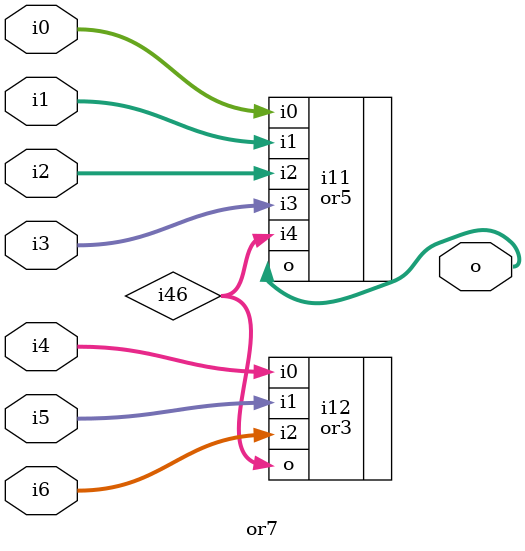
<source format=v>

module or7 (o, i0, i1, i2, i3, i4, i5, i6 );
// generated by Concept HDL Direct Version 1.7 08-Aug-94
// on Wed Sep  7 10:40:38 1994
// from /usr3/xiltest/concept/lib/xm3000/or7/logic

  parameter size = 0;

  output [size-1:0] o;
  input [size-1:0] i0;
  input [size-1:0] i1;
  input [size-1:0] i2;
  input [size-1:0] i3;
  input [size-1:0] i4;
  input [size-1:0] i5;
  input [size-1:0] i6;

  wire [size-1:0] i46;

// begin instances 

  or5 i11  (.i0(i0[size-1:0]),
	.i1(i1[size-1:0]),
	.i2(i2[size-1:0]),
	.i3(i3[size-1:0]),
	.i4(i46[size-1:0]),
	.o(o[size-1:0]));
  defparam i11.size = size;

  or3 i12  (.i0(i4[size-1:0]),
	.i1(i5[size-1:0]),
	.i2(i6[size-1:0]),
	.o(i46[size-1:0]));
  defparam i12.size = size;

endmodule // or7(logic) 

</source>
